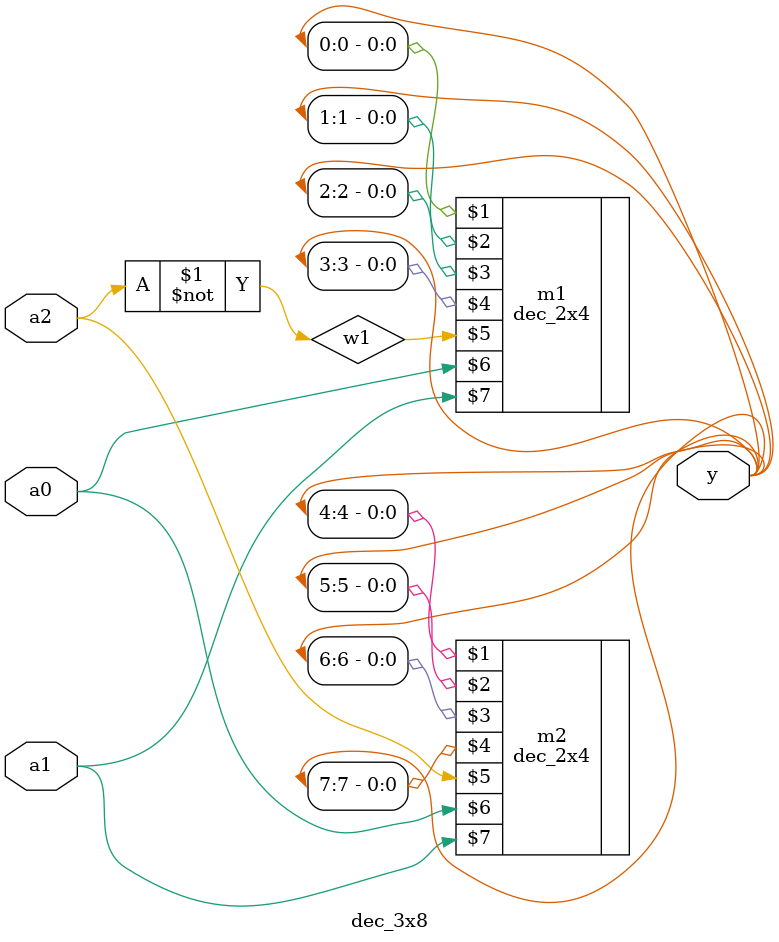
<source format=v>
module dec_3x8(y,a0,a1,a2);
output [7:0] y;
input a0,a1,a2;

wire w1;

not(w1,a2);

dec_2x4 m1(y[0],y[1],y[2],y[3],w1,a0,a1);
dec_2x4 m2(y[4],y[5],y[6],y[7],a2,a0,a1);

endmodule


</source>
